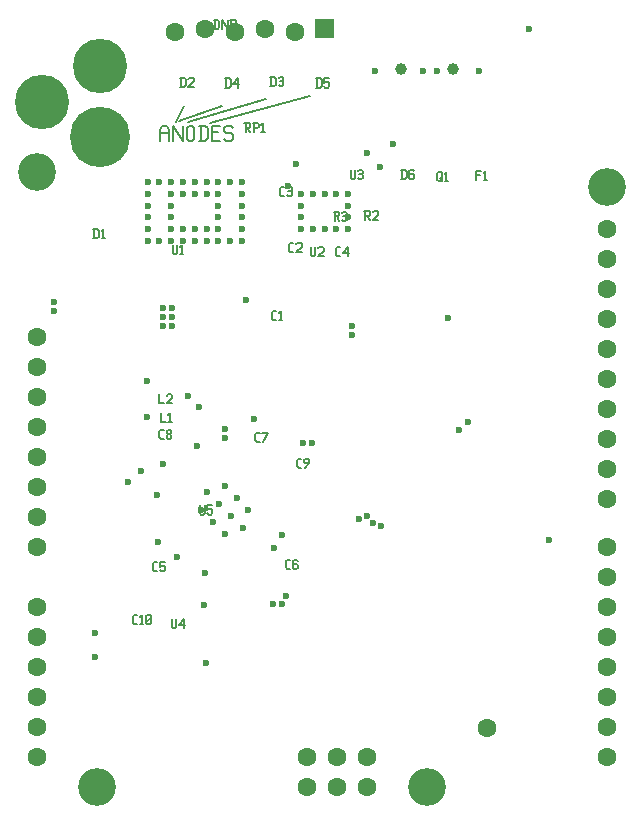
<source format=gbr>
G04 start of page 5 for group 3 idx 3 *
G04 Title: (unknown), notes *
G04 Creator: pcb 1.99z *
G04 CreationDate: Tue Apr 19 20:08:46 2016 UTC *
G04 For: matt *
G04 Format: Gerber/RS-274X *
G04 PCB-Dimensions (mil): 2500.00 3000.00 *
G04 PCB-Coordinate-Origin: lower left *
%MOIN*%
%FSLAX25Y25*%
%LNGROUP3*%
%ADD63C,0.0354*%
%ADD62C,0.1378*%
%ADD61C,0.1181*%
%ADD60C,0.0394*%
%ADD59C,0.0118*%
%ADD58C,0.0118*%
%ADD57C,0.1221*%
%ADD56C,0.0236*%
%ADD55C,0.0236*%
%ADD54C,0.1260*%
%ADD53C,0.0001*%
%ADD52C,0.0394*%
%ADD51C,0.2008*%
%ADD50C,0.1811*%
%ADD49C,0.0630*%
%ADD48C,0.0055*%
%ADD47C,0.0059*%
G54D47*X76378Y241929D02*X78937Y247047D01*
X77362Y242126D02*X91535Y247047D01*
X80315Y241732D02*X106102Y249606D01*
X87402Y241535D02*X120866Y250591D01*
G54D48*X114312Y198365D02*X115300D01*
X113780Y198897D02*X114312Y198365D01*
X113780Y200873D02*Y198897D01*
Y200873D02*X114312Y201405D01*
X115300D01*
X116212Y201025D02*X116592Y201405D01*
X117732D01*
X118112Y201025D01*
Y200265D01*
X116212Y198365D02*X118112Y200265D01*
X116212Y198365D02*X118112D01*
X75122Y200716D02*Y198056D01*
X75502Y197676D01*
X76262D01*
X76642Y198056D01*
Y200716D02*Y198056D01*
X77554Y200108D02*X78162Y200716D01*
Y197676D01*
X77554D02*X78694D01*
X49002Y206130D02*Y203090D01*
X49990Y206130D02*X50522Y205598D01*
Y203622D01*
X49990Y203090D02*X50522Y203622D01*
X48622Y203090D02*X49990D01*
X48622Y206130D02*X49990D01*
X51434Y205522D02*X52042Y206130D01*
Y203090D01*
X51434D02*X52574D01*
X70669Y151012D02*Y147972D01*
X72189D01*
X73101Y150632D02*X73481Y151012D01*
X74621D01*
X75001Y150632D01*
Y149872D01*
X73101Y147972D02*X75001Y149872D01*
X73101Y147972D02*X75001D01*
X71260Y144909D02*Y141869D01*
X72780D01*
X73692Y144301D02*X74300Y144909D01*
Y141869D01*
X73692D02*X74832D01*
X71201Y136161D02*X72189D01*
X70669Y136693D02*X71201Y136161D01*
X70669Y138669D02*Y136693D01*
Y138669D02*X71201Y139201D01*
X72189D01*
X73101Y136541D02*X73481Y136161D01*
X73101Y137149D02*Y136541D01*
Y137149D02*X73633Y137681D01*
X74089D01*
X74621Y137149D01*
Y136541D01*
X74241Y136161D02*X74621Y136541D01*
X73481Y136161D02*X74241D01*
X73101Y138213D02*X73633Y137681D01*
X73101Y138821D02*Y138213D01*
Y138821D02*X73481Y139201D01*
X74241D01*
X74621Y138821D01*
Y138213D01*
X74089Y137681D02*X74621Y138213D01*
X84252Y114004D02*Y111344D01*
X84632Y110964D01*
X85392D01*
X85772Y111344D01*
Y114004D02*Y111344D01*
X86684Y114004D02*X88204D01*
X86684D02*Y112484D01*
X87064Y112864D01*
X87824D01*
X88204Y112484D01*
Y111344D01*
X87824Y110964D02*X88204Y111344D01*
X87064Y110964D02*X87824D01*
X86684Y111344D02*X87064Y110964D01*
X69036Y92066D02*X70024D01*
X68504Y92598D02*X69036Y92066D01*
X68504Y94574D02*Y92598D01*
Y94574D02*X69036Y95106D01*
X70024D01*
X70936D02*X72456D01*
X70936D02*Y93586D01*
X71316Y93966D01*
X72076D01*
X72456Y93586D01*
Y92446D01*
X72076Y92066D02*X72456Y92446D01*
X71316Y92066D02*X72076D01*
X70936Y92446D02*X71316Y92066D01*
X62343Y74350D02*X63331D01*
X61811Y74882D02*X62343Y74350D01*
X61811Y76858D02*Y74882D01*
Y76858D02*X62343Y77390D01*
X63331D01*
X64243Y76782D02*X64851Y77390D01*
Y74350D01*
X64243D02*X65383D01*
X66295Y74730D02*X66675Y74350D01*
X66295Y77010D02*Y74730D01*
Y77010D02*X66675Y77390D01*
X67435D01*
X67815Y77010D01*
Y74730D01*
X67435Y74350D02*X67815Y74730D01*
X66675Y74350D02*X67435D01*
X66295Y75110D02*X67815Y76630D01*
X74803Y76012D02*Y73352D01*
X75183Y72972D01*
X75943D01*
X76323Y73352D01*
Y76012D02*Y73352D01*
X77235Y74112D02*X78755Y76012D01*
X77235Y74112D02*X79135D01*
X78755Y76012D02*Y72972D01*
X113327Y92854D02*X114315D01*
X112795Y93386D02*X113327Y92854D01*
X112795Y95362D02*Y93386D01*
Y95362D02*X113327Y95894D01*
X114315D01*
X116367D02*X116747Y95514D01*
X115607Y95894D02*X116367D01*
X115227Y95514D02*X115607Y95894D01*
X115227Y95514D02*Y93234D01*
X115607Y92854D01*
X116367Y94526D02*X116747Y94146D01*
X115227Y94526D02*X116367D01*
X115607Y92854D02*X116367D01*
X116747Y93234D01*
Y94146D02*Y93234D01*
X117067Y126515D02*X118055D01*
X116535Y127047D02*X117067Y126515D01*
X116535Y129023D02*Y127047D01*
Y129023D02*X117067Y129555D01*
X118055D01*
X119347Y126515D02*X120487Y128035D01*
Y129175D02*Y128035D01*
X120107Y129555D02*X120487Y129175D01*
X119347Y129555D02*X120107D01*
X118967Y129175D02*X119347Y129555D01*
X118967Y129175D02*Y128415D01*
X119347Y128035D01*
X120487D01*
X103091Y135176D02*X104079D01*
X102559Y135708D02*X103091Y135176D01*
X102559Y137684D02*Y135708D01*
Y137684D02*X103091Y138216D01*
X104079D01*
X105371Y135176D02*X106891Y138216D01*
X104991D02*X106891D01*
X176378Y225431D02*Y222431D01*
Y225431D02*X177878D01*
X176378Y224081D02*X177503D01*
X178778Y224831D02*X179378Y225431D01*
Y222431D01*
X178778D02*X179903D01*
X163386Y224662D02*Y222412D01*
Y224662D02*X163761Y225037D01*
X164511D01*
X164886Y224662D01*
Y222787D01*
X164136Y222037D02*X164886Y222787D01*
X163761Y222037D02*X164136D01*
X163386Y222412D02*X163761Y222037D01*
X164136Y223162D02*X164886Y222037D01*
X165786Y224437D02*X166386Y225037D01*
Y222037D01*
X165786D02*X166911D01*
X151561Y225815D02*Y222775D01*
X152549Y225815D02*X153081Y225283D01*
Y223307D01*
X152549Y222775D02*X153081Y223307D01*
X151181Y222775D02*X152549D01*
X151181Y225815D02*X152549D01*
X155133D02*X155513Y225435D01*
X154373Y225815D02*X155133D01*
X153993Y225435D02*X154373Y225815D01*
X153993Y225435D02*Y223155D01*
X154373Y222775D01*
X155133Y224447D02*X155513Y224067D01*
X153993Y224447D02*X155133D01*
X154373Y222775D02*X155133D01*
X155513Y223155D01*
Y224067D02*Y223155D01*
X134449Y225815D02*Y223155D01*
X134829Y222775D01*
X135589D01*
X135969Y223155D01*
Y225815D02*Y223155D01*
X136881Y225435D02*X137261Y225815D01*
X138021D01*
X138401Y225435D01*
X138021Y222775D02*X138401Y223155D01*
X137261Y222775D02*X138021D01*
X136881Y223155D02*X137261Y222775D01*
Y224447D02*X138021D01*
X138401Y225435D02*Y224827D01*
Y224067D02*Y223155D01*
Y224067D02*X138021Y224447D01*
X138401Y224827D02*X138021Y224447D01*
X138976Y212035D02*X140496D01*
X140876Y211655D01*
Y210895D01*
X140496Y210515D02*X140876Y210895D01*
X139356Y210515D02*X140496D01*
X139356Y212035D02*Y208995D01*
X139964Y210515D02*X140876Y208995D01*
X141788Y211655D02*X142168Y212035D01*
X143308D01*
X143688Y211655D01*
Y210895D01*
X141788Y208995D02*X143688Y210895D01*
X141788Y208995D02*X143688D01*
X89155Y275825D02*Y272825D01*
X90130Y275825D02*X90655Y275300D01*
Y273350D01*
X90130Y272825D02*X90655Y273350D01*
X88780Y272825D02*X90130D01*
X88780Y275825D02*X90130D01*
X91555D02*Y272825D01*
Y275825D02*X93430Y272825D01*
Y275825D02*Y272825D01*
X94705Y275825D02*Y272825D01*
X94330Y275825D02*X95830D01*
X96205Y275450D01*
Y274700D01*
X95830Y274325D02*X96205Y274700D01*
X94705Y274325D02*X95830D01*
X70866Y239292D02*Y235632D01*
Y239292D02*X71720Y240512D01*
X73062D01*
X73916Y239292D01*
Y235632D01*
X70866Y238072D02*X73916D01*
X75380Y240512D02*Y235632D01*
Y240512D02*X78430Y235632D01*
Y240512D02*Y235632D01*
X79894Y239902D02*Y236242D01*
Y239902D02*X80504Y240512D01*
X81724D01*
X82334Y239902D01*
Y236242D01*
X81724Y235632D02*X82334Y236242D01*
X80504Y235632D02*X81724D01*
X79894Y236242D02*X80504Y235632D01*
X84408Y240512D02*Y235632D01*
X85994Y240512D02*X86848Y239658D01*
Y236486D01*
X85994Y235632D02*X86848Y236486D01*
X83798Y235632D02*X85994D01*
X83798Y240512D02*X85994D01*
X88312Y238316D02*X90142D01*
X88312Y235632D02*X90752D01*
X88312Y240512D02*Y235632D01*
Y240512D02*X90752D01*
X94656D02*X95266Y239902D01*
X92826Y240512D02*X94656D01*
X92216Y239902D02*X92826Y240512D01*
X92216Y239902D02*Y238682D01*
X92826Y238072D01*
X94656D01*
X95266Y237462D01*
Y236242D01*
X94656Y235632D02*X95266Y236242D01*
X92826Y235632D02*X94656D01*
X92216Y236242D02*X92826Y235632D01*
X77939Y256523D02*Y253483D01*
X78927Y256523D02*X79459Y255991D01*
Y254015D01*
X78927Y253483D02*X79459Y254015D01*
X77559Y253483D02*X78927D01*
X77559Y256523D02*X78927D01*
X80371Y256143D02*X80751Y256523D01*
X81891D01*
X82271Y256143D01*
Y255383D01*
X80371Y253483D02*X82271Y255383D01*
X80371Y253483D02*X82271D01*
X92900Y256327D02*Y253287D01*
X93888Y256327D02*X94420Y255795D01*
Y253819D01*
X93888Y253287D02*X94420Y253819D01*
X92520Y253287D02*X93888D01*
X92520Y256327D02*X93888D01*
X95332Y254427D02*X96852Y256327D01*
X95332Y254427D02*X97232D01*
X96852Y256327D02*Y253287D01*
X99016Y241366D02*X100536D01*
X100916Y240986D01*
Y240226D01*
X100536Y239846D02*X100916Y240226D01*
X99396Y239846D02*X100536D01*
X99396Y241366D02*Y238326D01*
X100004Y239846D02*X100916Y238326D01*
X102208Y241366D02*Y238326D01*
X101828Y241366D02*X103348D01*
X103728Y240986D01*
Y240226D01*
X103348Y239846D02*X103728Y240226D01*
X102208Y239846D02*X103348D01*
X104640Y240758D02*X105248Y241366D01*
Y238326D01*
X104640D02*X105780D01*
X128740Y211838D02*X130260D01*
X130640Y211458D01*
Y210698D01*
X130260Y210318D02*X130640Y210698D01*
X129120Y210318D02*X130260D01*
X129120Y211838D02*Y208798D01*
X129728Y210318D02*X130640Y208798D01*
X131552Y211458D02*X131932Y211838D01*
X132692D01*
X133072Y211458D01*
X132692Y208798D02*X133072Y209178D01*
X131932Y208798D02*X132692D01*
X131552Y209178D02*X131932Y208798D01*
Y210470D02*X132692D01*
X133072Y211458D02*Y210850D01*
Y210090D02*Y209178D01*
Y210090D02*X132692Y210470D01*
X133072Y210850D02*X132692Y210470D01*
X123215Y256327D02*Y253287D01*
X124203Y256327D02*X124735Y255795D01*
Y253819D01*
X124203Y253287D02*X124735Y253819D01*
X122835Y253287D02*X124203D01*
X122835Y256327D02*X124203D01*
X125647D02*X127167D01*
X125647D02*Y254807D01*
X126027Y255187D01*
X126787D01*
X127167Y254807D01*
Y253667D01*
X126787Y253287D02*X127167Y253667D01*
X126027Y253287D02*X126787D01*
X125647Y253667D02*X126027Y253287D01*
X111359Y217066D02*X112347D01*
X110827Y217598D02*X111359Y217066D01*
X110827Y219574D02*Y217598D01*
Y219574D02*X111359Y220106D01*
X112347D01*
X113259Y219726D02*X113639Y220106D01*
X114399D01*
X114779Y219726D01*
X114399Y217066D02*X114779Y217446D01*
X113639Y217066D02*X114399D01*
X113259Y217446D02*X113639Y217066D01*
Y218738D02*X114399D01*
X114779Y219726D02*Y219118D01*
Y218358D02*Y217446D01*
Y218358D02*X114399Y218738D01*
X114779Y219118D02*X114399Y218738D01*
X108603Y175728D02*X109591D01*
X108071Y176260D02*X108603Y175728D01*
X108071Y178236D02*Y176260D01*
Y178236D02*X108603Y178768D01*
X109591D01*
X110503Y178160D02*X111111Y178768D01*
Y175728D01*
X110503D02*X111643D01*
X108057Y256720D02*Y253680D01*
X109045Y256720D02*X109577Y256188D01*
Y254212D01*
X109045Y253680D02*X109577Y254212D01*
X107677Y253680D02*X109045D01*
X107677Y256720D02*X109045D01*
X110489Y256340D02*X110869Y256720D01*
X111629D01*
X112009Y256340D01*
X111629Y253680D02*X112009Y254060D01*
X110869Y253680D02*X111629D01*
X110489Y254060D02*X110869Y253680D01*
Y255352D02*X111629D01*
X112009Y256340D02*Y255732D01*
Y254972D02*Y254060D01*
Y254972D02*X111629Y255352D01*
X112009Y255732D02*X111629Y255352D01*
X121063Y200027D02*Y197367D01*
X121443Y196987D01*
X122203D01*
X122583Y197367D01*
Y200027D02*Y197367D01*
X123495Y199647D02*X123875Y200027D01*
X125015D01*
X125395Y199647D01*
Y198887D01*
X123495Y196987D02*X125395Y198887D01*
X123495Y196987D02*X125395D01*
X130060D02*X131048D01*
X129528Y197519D02*X130060Y196987D01*
X129528Y199495D02*Y197519D01*
Y199495D02*X130060Y200027D01*
X131048D01*
X131960Y198127D02*X133480Y200027D01*
X131960Y198127D02*X133860D01*
X133480Y200027D02*Y196987D01*
G54D49*X30000Y80000D03*
Y70000D03*
Y60000D03*
Y50000D03*
Y40000D03*
Y30000D03*
Y170000D03*
G54D50*X31709Y248492D03*
X51000Y260500D03*
G54D51*Y236878D03*
G54D49*X30000Y160000D03*
Y150000D03*
Y140000D03*
Y130000D03*
Y120000D03*
Y110000D03*
Y100000D03*
X140000Y30000D03*
Y20000D03*
X130000Y30000D03*
Y20000D03*
X120000D03*
Y30000D03*
X179740Y39886D03*
X220000Y30000D03*
Y40000D03*
Y50000D03*
Y60000D03*
Y70000D03*
Y80000D03*
Y90000D03*
G54D52*X151339Y259311D03*
X168661D03*
G54D53*G36*
X122638Y275984D02*Y269685D01*
X128937D01*
Y275984D01*
X122638D01*
G37*
G54D49*X115787Y271835D03*
X105787Y272835D03*
X95787Y271835D03*
X85787Y272835D03*
X75787Y271835D03*
X220000Y100000D03*
Y116000D03*
Y126000D03*
Y136000D03*
Y146000D03*
Y156000D03*
Y166000D03*
Y176000D03*
Y186000D03*
Y196000D03*
Y206000D03*
G54D54*X160000Y20000D03*
X50000D03*
G54D55*X92717Y136614D03*
X118504Y134843D03*
X121654D03*
X83071Y133858D03*
X66535Y155315D03*
Y143504D03*
G54D56*X166929Y176575D03*
X134843Y173819D03*
Y170866D03*
G54D55*X64567Y125394D03*
X71740Y127886D03*
X83858Y146654D03*
X173622Y141732D03*
X170669Y139173D03*
X92717Y139567D03*
G54D56*X102362Y142913D03*
G54D55*X80315Y150591D03*
X49213Y71457D03*
Y63583D03*
X200591Y102559D03*
X144488Y107087D03*
X85827Y91339D03*
X86220Y61614D03*
X108465Y81299D03*
X111417D03*
X112992Y83858D03*
X85630Y80906D03*
X98406Y106594D03*
X92500Y104626D03*
X111614Y104134D03*
X108858Y99803D03*
X90531Y114469D03*
X94469Y110531D03*
X100374Y112500D03*
X88563Y108563D03*
X141732Y108268D03*
X137205Y109449D03*
X139961Y110630D03*
G54D56*X69882Y117520D03*
G54D55*X60236Y121654D03*
G54D56*X76575Y96654D03*
X70079Y101772D03*
G54D55*X86594Y118406D03*
X84626Y112500D03*
X96437Y116437D03*
X92500Y120374D03*
G54D54*X220000Y220000D03*
G54D55*X193898Y272835D03*
G54D56*X177362Y258661D03*
G54D55*X158661D03*
X163189D03*
G54D56*X142717D03*
G54D55*X144094Y226969D03*
X139764Y231496D03*
X148622Y234449D03*
G54D54*X30000Y225000D03*
G54D55*X35630Y181693D03*
G54D56*Y178740D03*
X74606Y217854D03*
X66732D03*
X78543D03*
Y221791D03*
X82480Y217854D03*
Y221791D03*
X86417Y217854D03*
X66732Y221791D03*
X70669D03*
X74606D03*
X86417D03*
G54D55*X113583Y220472D03*
X117913Y209980D03*
Y213917D03*
Y217854D03*
X121850D03*
X125787D03*
X129724D03*
X133661D03*
Y213917D03*
Y209980D03*
Y206043D03*
X117913D03*
X121850D03*
X129724D03*
X125787D03*
X116142Y227756D03*
G54D56*X74606Y206043D03*
Y209980D03*
Y213917D03*
X86417Y206043D03*
Y202106D03*
X82480Y206043D03*
Y202106D03*
X78543Y206043D03*
X66732D03*
X70669Y202106D03*
X66732D03*
X78543D03*
X74606D03*
X66732Y209980D03*
Y213917D03*
X90354Y217854D03*
Y221791D03*
X94291D03*
X98228D03*
Y217854D03*
X94291Y202106D03*
X90354D03*
Y213917D03*
X98228D03*
X90354Y209980D03*
Y206043D03*
X98228Y209980D03*
Y206043D03*
Y202106D03*
X74803Y176713D03*
Y179665D03*
Y173760D03*
X71850Y176713D03*
Y179665D03*
Y173760D03*
G54D55*X99606Y182480D03*
G54D57*G54D58*G54D59*G54D58*G54D59*G54D58*G54D59*G54D58*G54D59*G54D58*G54D59*G54D58*G54D59*G54D58*G54D59*G54D57*G54D58*G54D59*G54D57*G54D59*G54D58*G54D59*G54D58*G54D59*G54D60*G54D61*G54D62*G54D60*G54D63*G54D60*M02*

</source>
